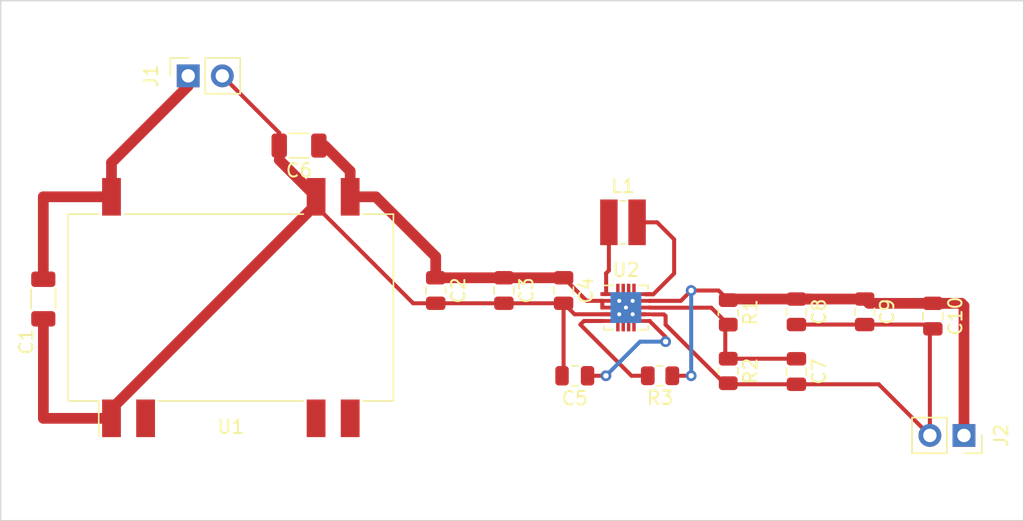
<source format=kicad_pcb>
(kicad_pcb (version 20211014) (generator pcbnew)
  (layers (0 "F.Cu" signal) (31 "B.Cu" signal) (34 "B.Paste" user) (35 "F.Paste" user) (36 "B.SilkS" user "B.Silkscreen") (37 "F.SilkS" user "F.Silkscreen") (38 "B.Mask" user) (39 "F.Mask" user) (44 "Edge.Cuts" user))
  (net 0 "")
  (net 1 "VBAT")
  (net 2 "GND")
  (net 3 "12V")
  (net 4 "Net-(C5-Pad1)")
  (net 5 "Net-(C7-Pad1)")
  (net 6 "5V")
  (net 7 "PG")
  (net 11 "Net-(U2-Pad1)")
  (net 12 "Net-(U2-Pad10)")
  (footprint "Capacitor_SMD:C_0805_2012Metric" (layer "F.Cu") (at 118.33 53.34 -90)
    (fp_text reference "C10" (at 0 -1.68 90) (layer "F.SilkS"))
    (fp_text value "22uF")
    (fp_line (start -0.261252 -0.735) (end 0.261252 -0.735) (layer "F.SilkS") (width 0.12))
    (fp_line (start -0.261252 0.735) (end 0.261252 0.735) (layer "F.SilkS") (width 0.12))
    (pad "1" smd roundrect (at -0.95 0 270) (size 1 1.45) (layers "F.Cu" "F.Paste" "F.Mask") (net 6 "5V"))
    (pad "2" smd roundrect (at 0.95 0 270) (size 1 1.45) (layers "F.Cu" "F.Paste" "F.Mask") (net 2 "GND"))
  )
  (footprint "Capacitor_SMD:C_0805_2012Metric" (layer "F.Cu") (at 90.825 51.435 -90)
    (fp_text reference "C4" (at 0 -1.68 90) (layer "F.SilkS"))
    (fp_text value "100nF")
    (fp_line (start -0.261252 0.735) (end 0.261252 0.735) (layer "F.SilkS") (width 0.12))
    (fp_line (start -0.261252 -0.735) (end 0.261252 -0.735) (layer "F.SilkS") (width 0.12))
    (pad "1" smd roundrect (at -0.95 0 270) (size 1 1.45) (layers "F.Cu" "F.Paste" "F.Mask") (net 3 "12V"))
    (pad "2" smd roundrect (at 0.95 0 270) (size 1 1.45) (layers "F.Cu" "F.Paste" "F.Mask") (net 2 "GND"))
  )
  (footprint "Capacitor_SMD:C_0805_2012Metric" (layer "F.Cu") (at 81.3 51.435 -90)
    (fp_text reference "C2" (at 0 -1.68 90) (layer "F.SilkS"))
    (fp_text value "10uF")
    (fp_line (start -0.261252 -0.735) (end 0.261252 -0.735) (layer "F.SilkS") (width 0.12))
    (fp_line (start -0.261252 0.735) (end 0.261252 0.735) (layer "F.SilkS") (width 0.12))
    (pad "1" smd roundrect (at -0.95 0 270) (size 1 1.45) (layers "F.Cu" "F.Paste" "F.Mask") (net 3 "12V"))
    (pad "2" smd roundrect (at 0.95 0 270) (size 1 1.45) (layers "F.Cu" "F.Paste" "F.Mask") (net 2 "GND"))
  )
  (footprint "Capacitor_SMD:C_0805_2012Metric" (layer "F.Cu") (at 113.25 53.02 -90)
    (fp_text reference "C9" (at 0 -1.68 90) (layer "F.SilkS"))
    (fp_text value "22uF")
    (fp_line (start -0.261252 -0.735) (end 0.261252 -0.735) (layer "F.SilkS") (width 0.12))
    (fp_line (start -0.261252 0.735) (end 0.261252 0.735) (layer "F.SilkS") (width 0.12))
    (pad "1" smd roundrect (at -0.95 0 270) (size 1 1.45) (layers "F.Cu" "F.Paste" "F.Mask") (net 6 "5V"))
    (pad "2" smd roundrect (at 0.95 0 270) (size 1 1.45) (layers "F.Cu" "F.Paste" "F.Mask") (net 2 "GND"))
  )
  (footprint "Converter_DCDC:Converter_DCDC_Artesyn_ATA_SMD" (layer "F.Cu") (at 66.04 52.705 90)
    (fp_text reference "U1" (at -8.89 0) (layer "F.SilkS"))
    (fp_text value "ATA00BB18S-L")
    (fp_line (start -6.96 -9.84) (end -9.55 -9.84) (layer "F.SilkS") (width 0.12))
    (fp_line (start 6.96 -7.93) (end 6.96 5.4) (layer "F.SilkS") (width 0.12))
    (fp_line (start 6.96 9.84) (end 6.96 12.11) (layer "F.SilkS") (width 0.12))
    (fp_line (start 6.96 -12.11) (end -6.96 -12.11) (layer "F.SilkS") (width 0.12))
    (fp_line (start 6.96 12.11) (end -6.96 12.11) (layer "F.SilkS") (width 0.12))
    (fp_line (start 6.96 -12.11) (end 6.96 -9.84) (layer "F.SilkS") (width 0.12))
    (fp_line (start -6.96 -5.4) (end -6.96 5.39) (layer "F.SilkS") (width 0.12))
    (fp_line (start -6.96 9.84) (end -6.96 12.11) (layer "F.SilkS") (width 0.12))
    (fp_line (start -6.96 -12.11) (end -6.96 -9.84) (layer "F.SilkS") (width 0.12))
    (pad "1" smd rect (at -8.25 -8.89 90) (size 2.8 1.4) (layers "F.Cu" "F.Paste" "F.Mask") (net 2 "GND"))
    (pad "2" smd rect (at -8.25 -6.35 90) (size 2.8 1.4) (layers "F.Cu" "F.Paste" "F.Mask"))
    (pad "7" smd rect (at -8.25 6.35 90) (size 2.8 1.4) (layers "F.Cu" "F.Paste" "F.Mask"))
    (pad "8" smd rect (at -8.25 8.89 90) (size 2.8 1.4) (layers "F.Cu" "F.Paste" "F.Mask"))
    (pad "9" smd rect (at 8.25 8.89 90) (size 2.8 1.4) (layers "F.Cu" "F.Paste" "F.Mask") (net 3 "12V"))
    (pad "10" smd rect (at 8.25 6.35 90) (size 2.8 1.4) (layers "F.Cu" "F.Paste" "F.Mask") (net 2 "GND"))
    (pad "16" smd rect (at 8.25 -8.89 90) (size 2.8 1.4) (layers "F.Cu" "F.Paste" "F.Mask") (net 1 "VBAT"))
  )
  (footprint "Capacitor_SMD:C_0805_2012Metric" (layer "F.Cu") (at 91.66 57.785 180)
    (fp_text reference "C5" (at 0 -1.68) (layer "F.SilkS"))
    (fp_text value "100nF")
    (fp_line (start -0.261252 0.735) (end 0.261252 0.735) (layer "F.SilkS") (width 0.12))
    (fp_line (start -0.261252 -0.735) (end 0.261252 -0.735) (layer "F.SilkS") (width 0.12))
    (pad "1" smd roundrect (at -0.95 0 180) (size 1 1.45) (layers "F.Cu" "F.Paste" "F.Mask") (net 4 "Net-(C5-Pad1)"))
    (pad "2" smd roundrect (at 0.95 0 180) (size 1 1.45) (layers "F.Cu" "F.Paste" "F.Mask") (net 2 "GND"))
  )
  (footprint "Resistor_SMD:R_0805_2012Metric" (layer "F.Cu") (at 98.01 57.785 180)
    (fp_text reference "R3" (at 0 -1.65) (layer "F.SilkS"))
    (fp_text value "1M")
    (fp_line (start -0.227064 0.735) (end 0.227064 0.735) (layer "F.SilkS") (width 0.12))
    (fp_line (start -0.227064 -0.735) (end 0.227064 -0.735) (layer "F.SilkS") (width 0.12))
    (pad "1" smd roundrect (at -0.9125 0 180) (size 1.025 1.4) (layers "F.Cu" "F.Paste" "F.Mask") (roundrect_rratio 0.243902439) (net 6 "5V"))
    (pad "2" smd roundrect (at 0.9125 0 180) (size 1.025 1.4) (layers "F.Cu" "F.Paste" "F.Mask") (roundrect_rratio 0.243902439) (net 7 "PG"))
  )
  (footprint "Inductor_SMD:L_Wuerth_MAPI-3010" (layer "F.Cu") (at 95.25 46.355)
    (fp_text reference "L1" (at 0 -2.7) (layer "F.SilkS"))
    (fp_text value "1uH")
    (fp_line (start -0.2 1.6) (end 0.2 1.6) (layer "F.SilkS") (width 0.12))
    (fp_line (start -0.2 -1.6) (end 0.2 -1.6) (layer "F.SilkS") (width 0.12))
    (pad "1" smd rect (at -1.05 0) (size 1.3 3.4) (layers "F.Cu" "F.Paste" "F.Mask") (net 11 "Net-(U2-Pad1)"))
    (pad "2" smd rect (at 1.05 0) (size 1.3 3.4) (layers "F.Cu" "F.Paste" "F.Mask") (net 12 "Net-(U2-Pad10)"))
  )
  (footprint "Capacitor_SMD:C_0805_2012Metric" (layer "F.Cu") (at 108.17 57.47 -90)
    (fp_text reference "C7" (at 0 -1.68 90) (layer "F.SilkS"))
    (fp_text value "10pF")
    (fp_line (start -0.261252 0.735) (end 0.261252 0.735) (layer "F.SilkS") (width 0.12))
    (fp_line (start -0.261252 -0.735) (end 0.261252 -0.735) (layer "F.SilkS") (width 0.12))
    (pad "1" smd roundrect (at -0.95 0 270) (size 1 1.45) (layers "F.Cu" "F.Paste" "F.Mask") (net 5 "Net-(C7-Pad1)"))
    (pad "2" smd roundrect (at 0.95 0 270) (size 1 1.45) (layers "F.Cu" "F.Paste" "F.Mask") (net 2 "GND"))
  )
  (footprint "Capacitor_SMD:C_0805_2012Metric" (layer "F.Cu") (at 108.17 53.02 -90)
    (fp_text reference "C8" (at 0 -1.68 90) (layer "F.SilkS"))
    (fp_text value "22uF")
    (fp_line (start -0.261252 -0.735) (end 0.261252 -0.735) (layer "F.SilkS") (width 0.12))
    (fp_line (start -0.261252 0.735) (end 0.261252 0.735) (layer "F.SilkS") (width 0.12))
    (pad "1" smd roundrect (at -0.95 0 270) (size 1 1.45) (layers "F.Cu" "F.Paste" "F.Mask") (net 6 "5V"))
    (pad "2" smd roundrect (at 0.95 0 270) (size 1 1.45) (layers "F.Cu" "F.Paste" "F.Mask") (net 2 "GND"))
  )
  (footprint "Connector_PinSocket_2.54mm:PinSocket_1x02_P2.54mm_Vertical" (layer "F.Cu") (at 62.865 35.445 90)
    (fp_text reference "J1" (at 0 -2.77 90) (layer "F.SilkS"))
    (fp_text value "VBAT")
    (fp_line (start 0 -1.33) (end 1.33 -1.33) (layer "F.SilkS") (width 0.12))
    (fp_line (start -1.33 1.27) (end -1.33 3.87) (layer "F.SilkS") (width 0.12))
    (fp_line (start 1.33 -1.33) (end 1.33 0) (layer "F.SilkS") (width 0.12))
    (fp_line (start -1.33 3.87) (end 1.33 3.87) (layer "F.SilkS") (width 0.12))
    (fp_line (start -1.33 1.27) (end 1.33 1.27) (layer "F.SilkS") (width 0.12))
    (fp_line (start 1.33 1.27) (end 1.33 3.87) (layer "F.SilkS") (width 0.12))
    (pad "1" thru_hole rect (at 0 0 90) (size 1.7 1.7) (drill 1) (layers *.Cu *.Mask) (net 1 "VBAT"))
    (pad "2" thru_hole oval (at 0 2.54 90) (size 1.7 1.7) (drill 1) (layers *.Cu *.Mask) (net 2 "GND"))
  )
  (footprint "Package_SON:Texas_S-PWSON-N10_ThermalVias" (layer "F.Cu") (at 95.47 52.705)
    (fp_text reference "U2" (at 0 -2.8) (layer "F.SilkS"))
    (fp_text value "TPS63061")
    (fp_line (start 0.985 -1.65) (end 1.65 -1.65) (layer "F.SilkS") (width 0.12))
    (fp_line (start -1.65 1.65) (end -1.65 1.4) (layer "F.SilkS") (width 0.12))
    (fp_line (start 0.985 1.65) (end 1.65 1.65) (layer "F.SilkS") (width 0.12))
    (fp_line (start -1.65 1.65) (end -0.985 1.65) (layer "F.SilkS") (width 0.12))
    (fp_line (start 1.65 1.4) (end 1.65 1.65) (layer "F.SilkS") (width 0.12))
    (fp_line (start 1.65 -1.4) (end 1.65 -1.65) (layer "F.SilkS") (width 0.12))
    (fp_line (start -1.65 -1.65) (end -0.985 -1.65) (layer "F.SilkS") (width 0.12))
    (pad "1" smd rect (at -1.76 -1) (size 0.28 0.28) (layers "F.Cu" "F.Paste" "F.Mask") (net 11 "Net-(U2-Pad1)"))
    (pad "1" smd oval (at -1.475 -1) (size 0.85 0.28) (layers "F.Cu" "F.Paste" "F.Mask") (net 11 "Net-(U2-Pad1)"))
    (pad "2" smd oval (at -1.475 -0.5) (size 0.85 0.28) (layers "F.Cu" "F.Paste" "F.Mask") (net 3 "12V"))
    (pad "2" smd rect (at -1.76 -0.5) (size 0.28 0.28) (layers "F.Cu" "F.Paste" "F.Mask") (net 3 "12V"))
    (pad "3" smd oval (at -1.475 0) (size 0.85 0.28) (layers "F.Cu" "F.Paste" "F.Mask") (net 3 "12V"))
    (pad "3" smd rect (at -1.76 0) (size 0.28 0.28) (layers "F.Cu" "F.Paste" "F.Mask") (net 3 "12V"))
    (pad "4" smd rect (at -1.76 0.5) (size 0.28 0.28) (layers "F.Cu" "F.Paste" "F.Mask") (net 2 "GND"))
    (pad "4" smd oval (at -1.475 0.5) (size 0.85 0.28) (layers "F.Cu" "F.Paste" "F.Mask") (net 2 "GND"))
    (pad "5" smd oval (at -1.475 1) (size 0.85 0.28) (layers "F.Cu" "F.Paste" "F.Mask") (net 7 "PG"))
    (pad "5" smd rect (at -1.76 1) (size 0.28 0.28) (layers "F.Cu" "F.Paste" "F.Mask") (net 7 "PG"))
    (pad "6" smd rect (at 1.76 1) (size 0.28 0.28) (layers "F.Cu" "F.Paste" "F.Mask") (net 4 "Net-(C5-Pad1)"))
    (pad "6" smd oval (at 1.475 1) (size 0.85 0.28) (layers "F.Cu" "F.Paste" "F.Mask") (net 4 "Net-(C5-Pad1)"))
    (pad "7" smd oval (at 1.475 0.5) (size 0.85 0.28) (layers "F.Cu" "F.Paste" "F.Mask") (net 2 "GND"))
    (pad "7" smd rect (at 1.76 0.5) (size 0.28 0.28) (layers "F.Cu" "F.Paste" "F.Mask") (net 2 "GND"))
    (pad "8" smd rect (at 1.76 0) (size 0.28 0.28) (layers "F.Cu" "F.Paste" "F.Mask") (net 5 "Net-(C7-Pad1)"))
    (pad "8" smd oval (at 1.475 0) (size 0.85 0.28) (layers "F.Cu" "F.Paste" "F.Mask") (net 5 "Net-(C7-Pad1)"))
    (pad "9" smd rect (at 1.76 -0.5) (size 0.28 0.28) (layers "F.Cu" "F.Paste" "F.Mask") (net 6 "5V"))
    (pad "9" smd oval (at 1.475 -0.5) (size 0.85 0.28) (layers "F.Cu" "F.Paste" "F.Mask") (net 6 "5V"))
    (pad "10" smd oval (at 1.475 -1) (size 0.85 0.28) (layers "F.Cu" "F.Paste" "F.Mask") (net 12 "Net-(U2-Pad10)"))
    (pad "10" smd rect (at 1.76 -1) (size 0.28 0.28) (layers "F.Cu" "F.Paste" "F.Mask") (net 12 "Net-(U2-Pad10)"))
    (pad "11" smd rect (at 0.6 -1.425) (size 0.25 0.7) (layers "F.Cu" "F.Paste" "F.Mask") (net 2 "GND"))
    (pad "11" smd rect (at 0.435 -0.56) (size 0.65 0.9) (layers "F.Cu" "F.Paste" "F.Mask") (net 2 "GND"))
    (pad "11" smd rect (at -0.6 1.425) (size 0.25 0.7) (layers "F.Cu" "F.Paste" "F.Mask") (net 2 "GND"))
    (pad "11" smd rect (at 0.2 1.425) (size 0.23 0.6) (layers "F.Cu" "F.Paste" "F.Mask") (net 2 "GND"))
    (pad "11" smd rect (at -0.2 -1.425) (size 0.23 0.6) (layers "F.Cu" "F.Paste" "F.Mask") (net 2 "GND"))
    (pad "11" smd rect (at -0.435 -0.56) (size 0.65 0.9) (layers "F.Cu" "F.Paste" "F.Mask") (net 2 "GND"))
    (pad "11" smd rect (at -0.2 -1.425) (size 0.25 0.7) (layers "F.Cu" "F.Paste" "F.Mask") (net 2 "GND"))
    (pad "11" thru_hole circle (at -0.5 -0.5) (size 0.6 0.6) (drill 0.3) (layers *.Cu *.Mask) (net 2 "GND"))
    (pad "11" smd rect (at 0.2 1.425) (size 0.25 0.7) (layers "F.Cu" "F.Paste" "F.Mask") (net 2 "GND"))
    (pad "11" thru_hole circle (at 0.5 -0.5) (size 0.6 0.6) (drill 0.3) (layers *.Cu *.Mask) (net 2 "GND"))
    (pad "11" thru_hole circle (at 0 0) (size 0.6 0.6) (drill 0.3) (layers *.Cu *.Mask) (net 2 "GND"))
    (pad "11" smd rect (at 0.6 1.425) (size 0.25 0.7) (layers "F.Cu" "F.Paste" "F.Mask") (net 2 "GND"))
    (pad "11" smd rect (at -0.6 -1.425) (size 0.23 0.6) (layers "F.Cu" "F.Paste" "F.Mask") (net 2 "GND"))
    (pad "11" smd rect (at -0.6 1.425) (size 0.23 0.6) (layers "F.Cu" "F.Paste" "F.Mask") (net 2 "GND"))
    (pad "11" smd rect (at 0 0) (size 1.7 2.15) (layers "F.Cu" "F.Mask") (net 2 "GND"))
    (pad "11" smd rect (at -0.001 0) (size 2.3 2.3) (layers "B.Cu") (net 2 "GND"))
    (pad "11" smd rect (at 0.2 -1.425) (size 0.25 0.7) (layers "F.Cu" "F.Paste" "F.Mask") (net 2 "GND"))
    (pad "11" smd rect (at -0.6 -1.425) (size 0.25 0.7) (layers "F.Cu" "F.Paste" "F.Mask") (net 2 "GND"))
    (pad "11" thru_hole circle (at 0.5 0.5) (size 0.6 0.6) (drill 0.3) (layers *.Cu *.Mask) (net 2 "GND"))
    (pad "11" smd rect (at 0.2 -1.425) (size 0.23 0.6) (layers "F.Cu" "F.Paste" "F.Mask") (net 2 "GND"))
    (pad "11" smd rect (at 0.6 1.425) (size 0.23 0.6) (layers "F.Cu" "F.Paste" "F.Mask") (net 2 "GND"))
    (pad "11" smd rect (at 0.6 -1.425) (size 0.23 0.6) (layers "F.Cu" "F.Paste" "F.Mask") (net 2 "GND"))
    (pad "11" smd rect (at -0.435 0.56) (size 0.65 0.9) (layers "F.Cu" "F.Paste" "F.Mask") (net 2 "GND"))
    (pad "11" smd rect (at 0.435 0.56) (size 0.65 0.9) (layers "F.Cu" "F.Paste" "F.Mask") (net 2 "GND"))
    (pad "11" thru_hole circle (at -0.5 0.5) (size 0.6 0.6) (drill 0.3) (layers *.Cu *.Mask) (net 2 "GND"))
    (pad "11" smd rect (at -0.2 1.425) (size 0.25 0.7) (layers "F.Cu" "F.Paste" "F.Mask") (net 2 "GND"))
    (pad "11" smd rect (at -0.2 1.425) (size 0.23 0.6) (layers "F.Cu" "F.Paste" "F.Mask") (net 2 "GND"))
  )
  (footprint "Capacitor_SMD:C_1206_3216Metric" (layer "F.Cu") (at 52.07 52.07 -90)
    (fp_text reference "C1" (at 3.175 1.27 90) (layer "F.SilkS"))
    (fp_text value "2.2uF")
    (fp_line (start -0.711252 0.91) (end 0.711252 0.91) (layer "F.SilkS") (width 0.12))
    (fp_line (start -0.711252 -0.91) (end 0.711252 -0.91) (layer "F.SilkS") (width 0.12))
    (pad "1" smd roundrect (at -1.475 0 270) (size 1.15 1.8) (layers "F.Cu" "F.Paste" "F.Mask") (roundrect_rratio 0.2173913043) (net 1 "VBAT"))
    (pad "2" smd roundrect (at 1.475 0 270) (size 1.15 1.8) (layers "F.Cu" "F.Paste" "F.Mask") (roundrect_rratio 0.2173913043) (net 2 "GND"))
  )
  (footprint "Capacitor_SMD:C_1206_3216Metric" (layer "F.Cu") (at 71.12 40.64 180)
    (fp_text reference "C6" (at 0 -1.85) (layer "F.SilkS"))
    (fp_text value "100nF")
    (fp_line (start -0.711252 0.91) (end 0.711252 0.91) (layer "F.SilkS") (width 0.12))
    (fp_line (start -0.711252 -0.91) (end 0.711252 -0.91) (layer "F.SilkS") (width 0.12))
    (pad "1" smd roundrect (at -1.475 0 180) (size 1.15 1.8) (layers "F.Cu" "F.Paste" "F.Mask") (roundrect_rratio 0.2173913043) (net 3 "12V"))
    (pad "2" smd roundrect (at 1.475 0 180) (size 1.15 1.8) (layers "F.Cu" "F.Paste" "F.Mask") (roundrect_rratio 0.2173913043) (net 2 "GND"))
  )
  (footprint "Connector_PinSocket_2.54mm:PinSocket_1x02_P2.54mm_Vertical" (layer "F.Cu") (at 120.65 62.23 -90)
    (fp_text reference "J2" (at 0 -2.77 90) (layer "F.SilkS"))
    (fp_text value "5V")
    (fp_line (start 0 -1.33) (end 1.33 -1.33) (layer "F.SilkS") (width 0.12))
    (fp_line (start -1.33 1.27) (end 1.33 1.27) (layer "F.SilkS") (width 0.12))
    (fp_line (start 1.33 -1.33) (end 1.33 0) (layer "F.SilkS") (width 0.12))
    (fp_line (start -1.33 3.87) (end 1.33 3.87) (layer "F.SilkS") (width 0.12))
    (fp_line (start -1.33 1.27) (end -1.33 3.87) (layer "F.SilkS") (width 0.12))
    (fp_line (start 1.33 1.27) (end 1.33 3.87) (layer "F.SilkS") (width 0.12))
    (pad "1" thru_hole rect (at 0 0 270) (size 1.7 1.7) (drill 1) (layers *.Cu *.Mask) (net 6 "5V"))
    (pad "2" thru_hole oval (at 0 2.54 270) (size 1.7 1.7) (drill 1) (layers *.Cu *.Mask) (net 2 "GND"))
  )
  (footprint "Capacitor_SMD:C_0805_2012Metric" (layer "F.Cu") (at 86.38 51.435 -90)
    (fp_text reference "C3" (at 0 -1.68 90) (layer "F.SilkS"))
    (fp_text value "10uF")
    (fp_line (start -0.261252 0.735) (end 0.261252 0.735) (layer "F.SilkS") (width 0.12))
    (fp_line (start -0.261252 -0.735) (end 0.261252 -0.735) (layer "F.SilkS") (width 0.12))
    (pad "1" smd roundrect (at -0.95 0 270) (size 1 1.45) (layers "F.Cu" "F.Paste" "F.Mask") (net 3 "12V"))
    (pad "2" smd roundrect (at 0.95 0 270) (size 1 1.45) (layers "F.Cu" "F.Paste" "F.Mask") (net 2 "GND"))
  )
  (footprint "Resistor_SMD:R_0805_2012Metric" (layer "F.Cu") (at 103.09 53.0625 -90)
    (fp_text reference "R1" (at 0 -1.65 90) (layer "F.SilkS"))
    (fp_text value "1M")
    (fp_line (start -0.227064 -0.735) (end 0.227064 -0.735) (layer "F.SilkS") (width 0.12))
    (fp_line (start -0.227064 0.735) (end 0.227064 0.735) (layer "F.SilkS") (width 0.12))
    (pad "1" smd roundrect (at -0.9125 0 270) (size 1.025 1.4) (layers "F.Cu" "F.Paste" "F.Mask") (roundrect_rratio 0.243902439) (net 6 "5V"))
    (pad "2" smd roundrect (at 0.9125 0 270) (size 1.025 1.4) (layers "F.Cu" "F.Paste" "F.Mask") (roundrect_rratio 0.243902439) (net 5 "Net-(C7-Pad1)"))
  )
  (footprint "Resistor_SMD:R_0805_2012Metric" (layer "F.Cu") (at 103.09 57.4275 -90)
    (fp_text reference "R2" (at 0 -1.65 90) (layer "F.SilkS"))
    (fp_text value "111k")
    (fp_line (start -0.227064 0.735) (end 0.227064 0.735) (layer "F.SilkS") (width 0.12))
    (fp_line (start -0.227064 -0.735) (end 0.227064 -0.735) (layer "F.SilkS") (width 0.12))
    (pad "1" smd roundrect (at -0.9125 0 270) (size 1.025 1.4) (layers "F.Cu" "F.Paste" "F.Mask") (roundrect_rratio 0.243902439) (net 5 "Net-(C7-Pad1)"))
    (pad "2" smd roundrect (at 0.9125 0 270) (size 1.025 1.4) (layers "F.Cu" "F.Paste" "F.Mask") (roundrect_rratio 0.243902439) (net 2 "GND"))
  )
  (gr_rect (start 48.895 29.845) (end 125.095 68.58) (layer "Edge.Cuts") (width 0.1) (fill none))
  (segment (start 57.15 41.91) (end 57.15 44.455) (width 0.8) (layer "F.Cu") (net 1))
  (segment (start 52.07 44.45) (end 52.07 50.595) (width 0.8) (layer "F.Cu") (net 1))
  (segment (start 57.15 44.455) (end 52.075 44.455) (width 0.8) (layer "F.Cu") (net 1))
  (segment (start 62.865 36.195) (end 57.15 41.91) (width 0.8) (layer "F.Cu") (net 1))
  (segment (start 52.075 44.455) (end 52.07 44.45) (width 0.3) (layer "F.Cu") (net 1))
  (segment (start 62.865 35.445) (end 62.865 36.195) (width 0.3) (layer "F.Cu") (net 1))
  (segment (start 95.035 53.265) (end 95.035 53.14) (width 0.3) (layer "F.Cu") (net 2))
  (segment (start 79.62 52.385) (end 81.3 52.385) (width 0.3) (layer "F.Cu") (net 2))
  (segment (start 90.825 57.67) (end 90.71 57.785) (width 0.3) (layer "F.Cu") (net 2))
  (segment (start 95.035 53.14) (end 95.47 52.705) (width 0.3) (layer "F.Cu") (net 2))
  (segment (start 57.15 60.955) (end 57.15 60.255) (width 0.3) (layer "F.Cu") (net 2))
  (segment (start 72.39 44.455) (end 72.39 45.155) (width 0.3) (layer "F.Cu") (net 2))
  (segment (start 91.645 53.205) (end 93.995 53.205) (width 0.3) (layer "F.Cu") (net 2))
  (segment (start 118.11 54.51) (end 118.11 62.23) (width 0.3) (layer "F.Cu") (net 2))
  (segment (start 52.075 53.55) (end 52.07 53.545) (width 0.3) (layer "F.Cu") (net 2))
  (segment (start 103.09 58.34) (end 102.79 58.34) (width 0.3) (layer "F.Cu") (net 2))
  (segment (start 98.425 53.34) (end 98.3 53.215) (width 0.3) (layer "F.Cu") (net 2))
  (segment (start 72.39 45.155) (end 79.62 52.385) (width 0.3) (layer "F.Cu") (net 2))
  (segment (start 95.97 52.205) (end 95.47 52.705) (width 0.3) (layer "F.Cu") (net 2))
  (segment (start 69.645 41.71) (end 72.39 44.455) (width 0.8) (layer "F.Cu") (net 2))
  (segment (start 57.15 60.955) (end 52.075 60.955) (width 0.8) (layer "F.Cu") (net 2))
  (segment (start 98.425 53.975) (end 98.425 53.34) (width 0.3) (layer "F.Cu") (net 2))
  (segment (start 90.825 52.385) (end 91.645 53.205) (width 0.3) (layer "F.Cu") (net 2))
  (segment (start 90.825 52.385) (end 90.825 57.67) (width 0.3) (layer "F.Cu") (net 2))
  (segment (start 108.17 53.97) (end 113.25 53.97) (width 0.3) (layer "F.Cu") (net 2))
  (segment (start 57.15 60.255) (end 72.39 45.015) (width 0.8) (layer "F.Cu") (net 2))
  (segment (start 81.3 52.385) (end 86.38 52.385) (width 0.3) (layer "F.Cu") (net 2))
  (segment (start 118.33 54.29) (end 118.11 54.51) (width 0.3) (layer "F.Cu") (net 2))
  (segment (start 52.075 60.955) (end 52.07 60.96) (width 0.3) (layer "F.Cu") (net 2))
  (segment (start 114.3 58.42) (end 118.11 62.23) (width 0.3) (layer "F.Cu") (net 2))
  (segment (start 118.01 53.97) (end 118.33 54.29) (width 0.3) (layer "F.Cu") (net 2))
  (segment (start 96.945 53.205) (end 95.97 53.205) (width 0.3) (layer "F.Cu") (net 2))
  (segment (start 69.645 40.64) (end 69.645 41.71) (width 0.3) (layer "F.Cu") (net 2))
  (segment (start 52.075 60.955) (end 52.075 53.55) (width 0.8) (layer "F.Cu") (net 2))
  (segment (start 93.995 53.205) (end 94.97 53.205) (width 0.3) (layer "F.Cu") (net 2))
  (segment (start 108.17 58.42) (end 103.17 58.42) (width 0.3) (layer "F.Cu") (net 2))
  (segment (start 108.17 58.42) (end 114.3 58.42) (width 0.3) (layer "F.Cu") (net 2))
  (segment (start 113.25 53.97) (end 118.01 53.97) (width 0.3) (layer "F.Cu") (net 2))
  (segment (start 103.17 58.42) (end 103.09 58.34) (width 0.3) (layer "F.Cu") (net 2))
  (segment (start 102.79 58.34) (end 98.425 53.975) (width 0.3) (layer "F.Cu") (net 2))
  (segment (start 86.38 52.385) (end 90.825 52.385) (width 0.3) (layer "F.Cu") (net 2))
  (segment (start 98.3 53.215) (end 97.447106 53.215) (width 0.3) (layer "F.Cu") (net 2))
  (segment (start 69.645 39.685) (end 65.405 35.445) (width 0.3) (layer "F.Cu") (net 2))
  (segment (start 69.645 40.64) (end 69.645 39.685) (width 0.3) (layer "F.Cu") (net 2))
  (segment (start 72.39 45.015) (end 72.39 44.455) (width 0.3) (layer "F.Cu") (net 2))
  (segment (start 74.93 44.455) (end 76.84 44.455) (width 0.8) (layer "F.Cu") (net 3))
  (segment (start 92.545 52.205) (end 90.825 50.485) (width 0.3) (layer "F.Cu") (net 3))
  (segment (start 93.71 52.205) (end 92.545 52.205) (width 0.3) (layer "F.Cu") (net 3))
  (segment (start 73.025 40.64) (end 74.93 42.545) (width 0.8) (layer "F.Cu") (net 3))
  (segment (start 86.38 50.485) (end 90.825 50.485) (width 0.8) (layer "F.Cu") (net 3))
  (segment (start 76.84 44.455) (end 81.3 48.915) (width 0.8) (layer "F.Cu") (net 3))
  (segment (start 93.71 52.205) (end 93.71 52.705) (width 0.3) (layer "F.Cu") (net 3))
  (segment (start 81.3 48.915) (end 81.3 50.485) (width 0.8) (layer "F.Cu") (net 3))
  (segment (start 72.595 40.64) (end 73.025 40.64) (width 0.3) (layer "F.Cu") (net 3))
  (segment (start 74.93 42.545) (end 74.93 44.455) (width 0.8) (layer "F.Cu") (net 3))
  (segment (start 81.3 50.485) (end 86.38 50.485) (width 0.8) (layer "F.Cu") (net 3))
  (segment (start 98.425 54.9) (end 97.23 53.705) (width 0.3) (layer "F.Cu") (net 4))
  (segment (start 98.425 55.245) (end 98.425 54.9) (width 0.3) (layer "F.Cu") (net 4))
  (segment (start 92.61 57.785) (end 93.98 57.785) (width 0.3) (layer "F.Cu") (net 4))
  (via (at 98.425 55.245) (size 0.8) (drill 0.4) (layers "F.Cu" "B.Cu") (net 4))
  (via (at 93.98 57.785) (size 0.8) (drill 0.4) (layers "F.Cu" "B.Cu") (net 4))
  (segment (start 93.98 57.785) (end 96.52 55.245) (width 0.3) (layer "B.Cu") (net 4))
  (segment (start 96.52 55.245) (end 98.425 55.245) (width 0.3) (layer "B.Cu") (net 4))
  (segment (start 101.83 52.715) (end 97.23 52.715) (width 0.3) (layer "F.Cu") (net 5))
  (segment (start 103.09 56.515) (end 108.165 56.515) (width 0.3) (layer "F.Cu") (net 5))
  (segment (start 102.87 56.295) (end 103.09 56.515) (width 0.3) (layer "F.Cu") (net 5))
  (segment (start 102.87 53.975) (end 102.87 56.295) (width 0.3) (layer "F.Cu") (net 5))
  (segment (start 103.09 53.975) (end 101.83 52.715) (width 0.3) (layer "F.Cu") (net 5))
  (segment (start 103.09 53.975) (end 102.87 53.975) (width 0.3) (layer "F.Cu") (net 5))
  (segment (start 108.165 56.515) (end 108.17 56.52) (width 0.3) (layer "F.Cu") (net 5))
  (segment (start 103.09 52.15) (end 103.025 52.215) (width 0.3) (layer "F.Cu") (net 6))
  (segment (start 99.56 52.205) (end 100.33 51.435) (width 0.3) (layer "F.Cu") (net 6))
  (segment (start 100.33 51.435) (end 102.375 51.435) (width 0.3) (layer "F.Cu") (net 6))
  (segment (start 119.568 52.39) (end 113.57 52.39) (width 0.8) (layer "F.Cu") (net 6))
  (segment (start 98.9225 57.785) (end 99.06 57.785) (width 0.3) (layer "F.Cu") (net 6))
  (segment (start 120.65 62.23) (end 120.65 52.578) (width 0.8) (layer "F.Cu") (net 6))
  (segment (start 109.22 52.07) (end 108.17 52.07) (width 0.8) (layer "F.Cu") (net 6))
  (segment (start 113.57 52.39) (end 113.25 52.07) (width 0.8) (layer "F.Cu") (net 6))
  (segment (start 113.25 52.07) (end 109.22 52.07) (width 0.8) (layer "F.Cu") (net 6))
  (segment (start 102.375 51.435) (end 103.09 52.15) (width 0.3) (layer "F.Cu") (net 6))
  (segment (start 118.01 52.07) (end 118.33 52.39) (width 0.3) (layer "F.Cu") (net 6))
  (segment (start 120.65 52.578) (end 120.462 52.39) (width 0.8) (layer "F.Cu") (net 6))
  (segment (start 108.09 52.15) (end 108.17 52.07) (width 0.3) (layer "F.Cu") (net 6))
  (segment (start 120.462 52.39) (end 119.568 52.39) (width 0.8) (layer "F.Cu") (net 6))
  (segment (start 109.22 52.07) (end 103.17 52.07) (width 0.8) (layer "F.Cu") (net 6))
  (segment (start 119.568 52.39) (end 118.33 52.39) (width 0.8) (layer "F.Cu") (net 6))
  (segment (start 97.23 52.205) (end 99.56 52.205) (width 0.3) (layer "F.Cu") (net 6))
  (segment (start 103.17 52.07) (end 103.09 52.15) (width 0.8) (layer "F.Cu") (net 6))
  (segment (start 99.06 57.785) (end 100.33 57.785) (width 0.3) (layer "F.Cu") (net 6))
  (via (at 100.33 57.785) (size 0.8) (drill 0.4) (layers "F.Cu" "B.Cu") (net 6))
  (via (at 100.33 51.435) (size 0.8) (drill 0.4) (layers "F.Cu" "B.Cu") (net 6))
  (segment (start 100.33 57.785) (end 100.33 51.435) (width 0.3) (layer "B.Cu") (net 6))
  (segment (start 95.885 57.785) (end 92.075 53.975) (width 0.3) (layer "F.Cu") (net 7))
  (segment (start 97.0975 57.785) (end 95.885 57.785) (width 0.3) (layer "F.Cu") (net 7))
  (segment (start 92.075 53.975) (end 92.345 53.705) (width 0.3) (layer "F.Cu") (net 7))
  (segment (start 92.345 53.705) (end 93.71 53.705) (width 0.3) (layer "F.Cu") (net 7))
  (segment (start 94.2 46.355) (end 94.2 49.945) (width 0.3) (layer "F.Cu") (net 11))
  (segment (start 94.2 49.945) (end 93.98 50.165) (width 0.3) (layer "F.Cu") (net 11))
  (segment (start 93.98 50.165) (end 93.995 50.18) (width 0.3) (layer "F.Cu") (net 11))
  (segment (start 93.995 50.18) (end 93.995 51.705) (width 0.3) (layer "F.Cu") (net 11))
  (segment (start 99.06 50.165) (end 97.51 51.715) (width 0.3) (layer "F.Cu") (net 12))
  (segment (start 97.79 46.355) (end 99.06 47.625) (width 0.3) (layer "F.Cu") (net 12))
  (segment (start 96.3 46.355) (end 97.79 46.355) (width 0.3) (layer "F.Cu") (net 12))
  (segment (start 99.06 47.625) (end 99.06 50.165) (width 0.3) (layer "F.Cu") (net 12))
  (segment (start 97.51 51.715) (end 96.955 51.715) (width 0.3) (layer "F.Cu") (net 12))
  (segment (start 96.955 51.715) (end 96.945 51.705) (width 0.3) (layer "F.Cu") (net 12))
)
</source>
